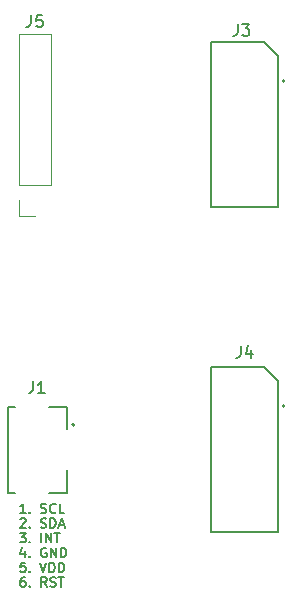
<source format=gbr>
%TF.GenerationSoftware,KiCad,Pcbnew,8.0.3*%
%TF.CreationDate,2024-07-26T09:17:15-04:00*%
%TF.ProjectId,touch_adaptor,746f7563-685f-4616-9461-70746f722e6b,rev?*%
%TF.SameCoordinates,Original*%
%TF.FileFunction,Legend,Top*%
%TF.FilePolarity,Positive*%
%FSLAX46Y46*%
G04 Gerber Fmt 4.6, Leading zero omitted, Abs format (unit mm)*
G04 Created by KiCad (PCBNEW 8.0.3) date 2024-07-26 09:17:15*
%MOMM*%
%LPD*%
G01*
G04 APERTURE LIST*
%ADD10C,0.150000*%
%ADD11C,0.200000*%
%ADD12C,0.120000*%
%ADD13C,0.127000*%
G04 APERTURE END LIST*
D10*
X102001064Y-93388485D02*
X102039160Y-93350390D01*
X102039160Y-93350390D02*
X102115350Y-93312295D01*
X102115350Y-93312295D02*
X102305826Y-93312295D01*
X102305826Y-93312295D02*
X102382017Y-93350390D01*
X102382017Y-93350390D02*
X102420112Y-93388485D01*
X102420112Y-93388485D02*
X102458207Y-93464676D01*
X102458207Y-93464676D02*
X102458207Y-93540866D01*
X102458207Y-93540866D02*
X102420112Y-93655152D01*
X102420112Y-93655152D02*
X101962969Y-94112295D01*
X101962969Y-94112295D02*
X102458207Y-94112295D01*
X102801065Y-94036104D02*
X102839160Y-94074200D01*
X102839160Y-94074200D02*
X102801065Y-94112295D01*
X102801065Y-94112295D02*
X102762969Y-94074200D01*
X102762969Y-94074200D02*
X102801065Y-94036104D01*
X102801065Y-94036104D02*
X102801065Y-94112295D01*
X103753445Y-94074200D02*
X103867731Y-94112295D01*
X103867731Y-94112295D02*
X104058207Y-94112295D01*
X104058207Y-94112295D02*
X104134398Y-94074200D01*
X104134398Y-94074200D02*
X104172493Y-94036104D01*
X104172493Y-94036104D02*
X104210588Y-93959914D01*
X104210588Y-93959914D02*
X104210588Y-93883723D01*
X104210588Y-93883723D02*
X104172493Y-93807533D01*
X104172493Y-93807533D02*
X104134398Y-93769438D01*
X104134398Y-93769438D02*
X104058207Y-93731342D01*
X104058207Y-93731342D02*
X103905826Y-93693247D01*
X103905826Y-93693247D02*
X103829636Y-93655152D01*
X103829636Y-93655152D02*
X103791541Y-93617057D01*
X103791541Y-93617057D02*
X103753445Y-93540866D01*
X103753445Y-93540866D02*
X103753445Y-93464676D01*
X103753445Y-93464676D02*
X103791541Y-93388485D01*
X103791541Y-93388485D02*
X103829636Y-93350390D01*
X103829636Y-93350390D02*
X103905826Y-93312295D01*
X103905826Y-93312295D02*
X104096303Y-93312295D01*
X104096303Y-93312295D02*
X104210588Y-93350390D01*
X104553446Y-94112295D02*
X104553446Y-93312295D01*
X104553446Y-93312295D02*
X104743922Y-93312295D01*
X104743922Y-93312295D02*
X104858208Y-93350390D01*
X104858208Y-93350390D02*
X104934398Y-93426580D01*
X104934398Y-93426580D02*
X104972493Y-93502771D01*
X104972493Y-93502771D02*
X105010589Y-93655152D01*
X105010589Y-93655152D02*
X105010589Y-93769438D01*
X105010589Y-93769438D02*
X104972493Y-93921819D01*
X104972493Y-93921819D02*
X104934398Y-93998009D01*
X104934398Y-93998009D02*
X104858208Y-94074200D01*
X104858208Y-94074200D02*
X104743922Y-94112295D01*
X104743922Y-94112295D02*
X104553446Y-94112295D01*
X105315350Y-93883723D02*
X105696303Y-93883723D01*
X105239160Y-94112295D02*
X105505827Y-93312295D01*
X105505827Y-93312295D02*
X105772493Y-94112295D01*
X101962969Y-94562295D02*
X102458207Y-94562295D01*
X102458207Y-94562295D02*
X102191541Y-94867057D01*
X102191541Y-94867057D02*
X102305826Y-94867057D01*
X102305826Y-94867057D02*
X102382017Y-94905152D01*
X102382017Y-94905152D02*
X102420112Y-94943247D01*
X102420112Y-94943247D02*
X102458207Y-95019438D01*
X102458207Y-95019438D02*
X102458207Y-95209914D01*
X102458207Y-95209914D02*
X102420112Y-95286104D01*
X102420112Y-95286104D02*
X102382017Y-95324200D01*
X102382017Y-95324200D02*
X102305826Y-95362295D01*
X102305826Y-95362295D02*
X102077255Y-95362295D01*
X102077255Y-95362295D02*
X102001064Y-95324200D01*
X102001064Y-95324200D02*
X101962969Y-95286104D01*
X102801065Y-95286104D02*
X102839160Y-95324200D01*
X102839160Y-95324200D02*
X102801065Y-95362295D01*
X102801065Y-95362295D02*
X102762969Y-95324200D01*
X102762969Y-95324200D02*
X102801065Y-95286104D01*
X102801065Y-95286104D02*
X102801065Y-95362295D01*
X103791541Y-95362295D02*
X103791541Y-94562295D01*
X104172493Y-95362295D02*
X104172493Y-94562295D01*
X104172493Y-94562295D02*
X104629636Y-95362295D01*
X104629636Y-95362295D02*
X104629636Y-94562295D01*
X104896302Y-94562295D02*
X105353445Y-94562295D01*
X105124873Y-95362295D02*
X105124873Y-94562295D01*
X102458207Y-92862295D02*
X102001064Y-92862295D01*
X102229636Y-92862295D02*
X102229636Y-92062295D01*
X102229636Y-92062295D02*
X102153445Y-92176580D01*
X102153445Y-92176580D02*
X102077255Y-92252771D01*
X102077255Y-92252771D02*
X102001064Y-92290866D01*
X102801065Y-92786104D02*
X102839160Y-92824200D01*
X102839160Y-92824200D02*
X102801065Y-92862295D01*
X102801065Y-92862295D02*
X102762969Y-92824200D01*
X102762969Y-92824200D02*
X102801065Y-92786104D01*
X102801065Y-92786104D02*
X102801065Y-92862295D01*
X103753445Y-92824200D02*
X103867731Y-92862295D01*
X103867731Y-92862295D02*
X104058207Y-92862295D01*
X104058207Y-92862295D02*
X104134398Y-92824200D01*
X104134398Y-92824200D02*
X104172493Y-92786104D01*
X104172493Y-92786104D02*
X104210588Y-92709914D01*
X104210588Y-92709914D02*
X104210588Y-92633723D01*
X104210588Y-92633723D02*
X104172493Y-92557533D01*
X104172493Y-92557533D02*
X104134398Y-92519438D01*
X104134398Y-92519438D02*
X104058207Y-92481342D01*
X104058207Y-92481342D02*
X103905826Y-92443247D01*
X103905826Y-92443247D02*
X103829636Y-92405152D01*
X103829636Y-92405152D02*
X103791541Y-92367057D01*
X103791541Y-92367057D02*
X103753445Y-92290866D01*
X103753445Y-92290866D02*
X103753445Y-92214676D01*
X103753445Y-92214676D02*
X103791541Y-92138485D01*
X103791541Y-92138485D02*
X103829636Y-92100390D01*
X103829636Y-92100390D02*
X103905826Y-92062295D01*
X103905826Y-92062295D02*
X104096303Y-92062295D01*
X104096303Y-92062295D02*
X104210588Y-92100390D01*
X105010589Y-92786104D02*
X104972493Y-92824200D01*
X104972493Y-92824200D02*
X104858208Y-92862295D01*
X104858208Y-92862295D02*
X104782017Y-92862295D01*
X104782017Y-92862295D02*
X104667731Y-92824200D01*
X104667731Y-92824200D02*
X104591541Y-92748009D01*
X104591541Y-92748009D02*
X104553446Y-92671819D01*
X104553446Y-92671819D02*
X104515350Y-92519438D01*
X104515350Y-92519438D02*
X104515350Y-92405152D01*
X104515350Y-92405152D02*
X104553446Y-92252771D01*
X104553446Y-92252771D02*
X104591541Y-92176580D01*
X104591541Y-92176580D02*
X104667731Y-92100390D01*
X104667731Y-92100390D02*
X104782017Y-92062295D01*
X104782017Y-92062295D02*
X104858208Y-92062295D01*
X104858208Y-92062295D02*
X104972493Y-92100390D01*
X104972493Y-92100390D02*
X105010589Y-92138485D01*
X105734398Y-92862295D02*
X105353446Y-92862295D01*
X105353446Y-92862295D02*
X105353446Y-92062295D01*
X102382017Y-96078961D02*
X102382017Y-96612295D01*
X102191541Y-95774200D02*
X102001064Y-96345628D01*
X102001064Y-96345628D02*
X102496303Y-96345628D01*
X102801065Y-96536104D02*
X102839160Y-96574200D01*
X102839160Y-96574200D02*
X102801065Y-96612295D01*
X102801065Y-96612295D02*
X102762969Y-96574200D01*
X102762969Y-96574200D02*
X102801065Y-96536104D01*
X102801065Y-96536104D02*
X102801065Y-96612295D01*
X104210588Y-95850390D02*
X104134398Y-95812295D01*
X104134398Y-95812295D02*
X104020112Y-95812295D01*
X104020112Y-95812295D02*
X103905826Y-95850390D01*
X103905826Y-95850390D02*
X103829636Y-95926580D01*
X103829636Y-95926580D02*
X103791541Y-96002771D01*
X103791541Y-96002771D02*
X103753445Y-96155152D01*
X103753445Y-96155152D02*
X103753445Y-96269438D01*
X103753445Y-96269438D02*
X103791541Y-96421819D01*
X103791541Y-96421819D02*
X103829636Y-96498009D01*
X103829636Y-96498009D02*
X103905826Y-96574200D01*
X103905826Y-96574200D02*
X104020112Y-96612295D01*
X104020112Y-96612295D02*
X104096303Y-96612295D01*
X104096303Y-96612295D02*
X104210588Y-96574200D01*
X104210588Y-96574200D02*
X104248684Y-96536104D01*
X104248684Y-96536104D02*
X104248684Y-96269438D01*
X104248684Y-96269438D02*
X104096303Y-96269438D01*
X104591541Y-96612295D02*
X104591541Y-95812295D01*
X104591541Y-95812295D02*
X105048684Y-96612295D01*
X105048684Y-96612295D02*
X105048684Y-95812295D01*
X105429636Y-96612295D02*
X105429636Y-95812295D01*
X105429636Y-95812295D02*
X105620112Y-95812295D01*
X105620112Y-95812295D02*
X105734398Y-95850390D01*
X105734398Y-95850390D02*
X105810588Y-95926580D01*
X105810588Y-95926580D02*
X105848683Y-96002771D01*
X105848683Y-96002771D02*
X105886779Y-96155152D01*
X105886779Y-96155152D02*
X105886779Y-96269438D01*
X105886779Y-96269438D02*
X105848683Y-96421819D01*
X105848683Y-96421819D02*
X105810588Y-96498009D01*
X105810588Y-96498009D02*
X105734398Y-96574200D01*
X105734398Y-96574200D02*
X105620112Y-96612295D01*
X105620112Y-96612295D02*
X105429636Y-96612295D01*
X102382017Y-98312295D02*
X102229636Y-98312295D01*
X102229636Y-98312295D02*
X102153445Y-98350390D01*
X102153445Y-98350390D02*
X102115350Y-98388485D01*
X102115350Y-98388485D02*
X102039160Y-98502771D01*
X102039160Y-98502771D02*
X102001064Y-98655152D01*
X102001064Y-98655152D02*
X102001064Y-98959914D01*
X102001064Y-98959914D02*
X102039160Y-99036104D01*
X102039160Y-99036104D02*
X102077255Y-99074200D01*
X102077255Y-99074200D02*
X102153445Y-99112295D01*
X102153445Y-99112295D02*
X102305826Y-99112295D01*
X102305826Y-99112295D02*
X102382017Y-99074200D01*
X102382017Y-99074200D02*
X102420112Y-99036104D01*
X102420112Y-99036104D02*
X102458207Y-98959914D01*
X102458207Y-98959914D02*
X102458207Y-98769438D01*
X102458207Y-98769438D02*
X102420112Y-98693247D01*
X102420112Y-98693247D02*
X102382017Y-98655152D01*
X102382017Y-98655152D02*
X102305826Y-98617057D01*
X102305826Y-98617057D02*
X102153445Y-98617057D01*
X102153445Y-98617057D02*
X102077255Y-98655152D01*
X102077255Y-98655152D02*
X102039160Y-98693247D01*
X102039160Y-98693247D02*
X102001064Y-98769438D01*
X102801065Y-99036104D02*
X102839160Y-99074200D01*
X102839160Y-99074200D02*
X102801065Y-99112295D01*
X102801065Y-99112295D02*
X102762969Y-99074200D01*
X102762969Y-99074200D02*
X102801065Y-99036104D01*
X102801065Y-99036104D02*
X102801065Y-99112295D01*
X104248684Y-99112295D02*
X103982017Y-98731342D01*
X103791541Y-99112295D02*
X103791541Y-98312295D01*
X103791541Y-98312295D02*
X104096303Y-98312295D01*
X104096303Y-98312295D02*
X104172493Y-98350390D01*
X104172493Y-98350390D02*
X104210588Y-98388485D01*
X104210588Y-98388485D02*
X104248684Y-98464676D01*
X104248684Y-98464676D02*
X104248684Y-98578961D01*
X104248684Y-98578961D02*
X104210588Y-98655152D01*
X104210588Y-98655152D02*
X104172493Y-98693247D01*
X104172493Y-98693247D02*
X104096303Y-98731342D01*
X104096303Y-98731342D02*
X103791541Y-98731342D01*
X104553445Y-99074200D02*
X104667731Y-99112295D01*
X104667731Y-99112295D02*
X104858207Y-99112295D01*
X104858207Y-99112295D02*
X104934398Y-99074200D01*
X104934398Y-99074200D02*
X104972493Y-99036104D01*
X104972493Y-99036104D02*
X105010588Y-98959914D01*
X105010588Y-98959914D02*
X105010588Y-98883723D01*
X105010588Y-98883723D02*
X104972493Y-98807533D01*
X104972493Y-98807533D02*
X104934398Y-98769438D01*
X104934398Y-98769438D02*
X104858207Y-98731342D01*
X104858207Y-98731342D02*
X104705826Y-98693247D01*
X104705826Y-98693247D02*
X104629636Y-98655152D01*
X104629636Y-98655152D02*
X104591541Y-98617057D01*
X104591541Y-98617057D02*
X104553445Y-98540866D01*
X104553445Y-98540866D02*
X104553445Y-98464676D01*
X104553445Y-98464676D02*
X104591541Y-98388485D01*
X104591541Y-98388485D02*
X104629636Y-98350390D01*
X104629636Y-98350390D02*
X104705826Y-98312295D01*
X104705826Y-98312295D02*
X104896303Y-98312295D01*
X104896303Y-98312295D02*
X105010588Y-98350390D01*
X105239160Y-98312295D02*
X105696303Y-98312295D01*
X105467731Y-99112295D02*
X105467731Y-98312295D01*
X102420112Y-97062295D02*
X102039160Y-97062295D01*
X102039160Y-97062295D02*
X102001064Y-97443247D01*
X102001064Y-97443247D02*
X102039160Y-97405152D01*
X102039160Y-97405152D02*
X102115350Y-97367057D01*
X102115350Y-97367057D02*
X102305826Y-97367057D01*
X102305826Y-97367057D02*
X102382017Y-97405152D01*
X102382017Y-97405152D02*
X102420112Y-97443247D01*
X102420112Y-97443247D02*
X102458207Y-97519438D01*
X102458207Y-97519438D02*
X102458207Y-97709914D01*
X102458207Y-97709914D02*
X102420112Y-97786104D01*
X102420112Y-97786104D02*
X102382017Y-97824200D01*
X102382017Y-97824200D02*
X102305826Y-97862295D01*
X102305826Y-97862295D02*
X102115350Y-97862295D01*
X102115350Y-97862295D02*
X102039160Y-97824200D01*
X102039160Y-97824200D02*
X102001064Y-97786104D01*
X102801065Y-97786104D02*
X102839160Y-97824200D01*
X102839160Y-97824200D02*
X102801065Y-97862295D01*
X102801065Y-97862295D02*
X102762969Y-97824200D01*
X102762969Y-97824200D02*
X102801065Y-97786104D01*
X102801065Y-97786104D02*
X102801065Y-97862295D01*
X103677255Y-97062295D02*
X103943922Y-97862295D01*
X103943922Y-97862295D02*
X104210588Y-97062295D01*
X104477255Y-97862295D02*
X104477255Y-97062295D01*
X104477255Y-97062295D02*
X104667731Y-97062295D01*
X104667731Y-97062295D02*
X104782017Y-97100390D01*
X104782017Y-97100390D02*
X104858207Y-97176580D01*
X104858207Y-97176580D02*
X104896302Y-97252771D01*
X104896302Y-97252771D02*
X104934398Y-97405152D01*
X104934398Y-97405152D02*
X104934398Y-97519438D01*
X104934398Y-97519438D02*
X104896302Y-97671819D01*
X104896302Y-97671819D02*
X104858207Y-97748009D01*
X104858207Y-97748009D02*
X104782017Y-97824200D01*
X104782017Y-97824200D02*
X104667731Y-97862295D01*
X104667731Y-97862295D02*
X104477255Y-97862295D01*
X105277255Y-97862295D02*
X105277255Y-97062295D01*
X105277255Y-97062295D02*
X105467731Y-97062295D01*
X105467731Y-97062295D02*
X105582017Y-97100390D01*
X105582017Y-97100390D02*
X105658207Y-97176580D01*
X105658207Y-97176580D02*
X105696302Y-97252771D01*
X105696302Y-97252771D02*
X105734398Y-97405152D01*
X105734398Y-97405152D02*
X105734398Y-97519438D01*
X105734398Y-97519438D02*
X105696302Y-97671819D01*
X105696302Y-97671819D02*
X105658207Y-97748009D01*
X105658207Y-97748009D02*
X105582017Y-97824200D01*
X105582017Y-97824200D02*
X105467731Y-97862295D01*
X105467731Y-97862295D02*
X105277255Y-97862295D01*
X120416666Y-51454819D02*
X120416666Y-52169104D01*
X120416666Y-52169104D02*
X120369047Y-52311961D01*
X120369047Y-52311961D02*
X120273809Y-52407200D01*
X120273809Y-52407200D02*
X120130952Y-52454819D01*
X120130952Y-52454819D02*
X120035714Y-52454819D01*
X120797619Y-51454819D02*
X121416666Y-51454819D01*
X121416666Y-51454819D02*
X121083333Y-51835771D01*
X121083333Y-51835771D02*
X121226190Y-51835771D01*
X121226190Y-51835771D02*
X121321428Y-51883390D01*
X121321428Y-51883390D02*
X121369047Y-51931009D01*
X121369047Y-51931009D02*
X121416666Y-52026247D01*
X121416666Y-52026247D02*
X121416666Y-52264342D01*
X121416666Y-52264342D02*
X121369047Y-52359580D01*
X121369047Y-52359580D02*
X121321428Y-52407200D01*
X121321428Y-52407200D02*
X121226190Y-52454819D01*
X121226190Y-52454819D02*
X120940476Y-52454819D01*
X120940476Y-52454819D02*
X120845238Y-52407200D01*
X120845238Y-52407200D02*
X120797619Y-52359580D01*
X120666666Y-78704819D02*
X120666666Y-79419104D01*
X120666666Y-79419104D02*
X120619047Y-79561961D01*
X120619047Y-79561961D02*
X120523809Y-79657200D01*
X120523809Y-79657200D02*
X120380952Y-79704819D01*
X120380952Y-79704819D02*
X120285714Y-79704819D01*
X121571428Y-79038152D02*
X121571428Y-79704819D01*
X121333333Y-78657200D02*
X121095238Y-79371485D01*
X121095238Y-79371485D02*
X121714285Y-79371485D01*
X102916666Y-50704819D02*
X102916666Y-51419104D01*
X102916666Y-51419104D02*
X102869047Y-51561961D01*
X102869047Y-51561961D02*
X102773809Y-51657200D01*
X102773809Y-51657200D02*
X102630952Y-51704819D01*
X102630952Y-51704819D02*
X102535714Y-51704819D01*
X103869047Y-50704819D02*
X103392857Y-50704819D01*
X103392857Y-50704819D02*
X103345238Y-51181009D01*
X103345238Y-51181009D02*
X103392857Y-51133390D01*
X103392857Y-51133390D02*
X103488095Y-51085771D01*
X103488095Y-51085771D02*
X103726190Y-51085771D01*
X103726190Y-51085771D02*
X103821428Y-51133390D01*
X103821428Y-51133390D02*
X103869047Y-51181009D01*
X103869047Y-51181009D02*
X103916666Y-51276247D01*
X103916666Y-51276247D02*
X103916666Y-51514342D01*
X103916666Y-51514342D02*
X103869047Y-51609580D01*
X103869047Y-51609580D02*
X103821428Y-51657200D01*
X103821428Y-51657200D02*
X103726190Y-51704819D01*
X103726190Y-51704819D02*
X103488095Y-51704819D01*
X103488095Y-51704819D02*
X103392857Y-51657200D01*
X103392857Y-51657200D02*
X103345238Y-51609580D01*
X103091666Y-81704819D02*
X103091666Y-82419104D01*
X103091666Y-82419104D02*
X103044047Y-82561961D01*
X103044047Y-82561961D02*
X102948809Y-82657200D01*
X102948809Y-82657200D02*
X102805952Y-82704819D01*
X102805952Y-82704819D02*
X102710714Y-82704819D01*
X104091666Y-82704819D02*
X103520238Y-82704819D01*
X103805952Y-82704819D02*
X103805952Y-81704819D01*
X103805952Y-81704819D02*
X103710714Y-81847676D01*
X103710714Y-81847676D02*
X103615476Y-81942914D01*
X103615476Y-81942914D02*
X103520238Y-81990533D01*
D11*
%TO.C,J3*%
X122625000Y-53000000D02*
X123800000Y-54150000D01*
X118200000Y-53000000D02*
X122625000Y-53000000D01*
X123800000Y-54150000D02*
X123800000Y-67000000D01*
X123800000Y-67000000D02*
X118200000Y-67000000D01*
X118200000Y-67000000D02*
X118200000Y-53000000D01*
X124400000Y-56302000D02*
G75*
G02*
X124200000Y-56302000I-100000J0D01*
G01*
X124200000Y-56302000D02*
G75*
G02*
X124400000Y-56302000I100000J0D01*
G01*
%TO.C,J4*%
X118200000Y-80500000D02*
X122625000Y-80500000D01*
X118200000Y-94500000D02*
X118200000Y-80500000D01*
X122625000Y-80500000D02*
X123800000Y-81650000D01*
X123800000Y-81650000D02*
X123800000Y-94500000D01*
X123800000Y-94500000D02*
X118200000Y-94500000D01*
X124400000Y-83802000D02*
G75*
G02*
X124200000Y-83802000I-100000J0D01*
G01*
X124200000Y-83802000D02*
G75*
G02*
X124400000Y-83802000I100000J0D01*
G01*
D12*
%TO.C,J5*%
X104580000Y-65080000D02*
X104580000Y-52320000D01*
X104580000Y-65080000D02*
X101920000Y-65080000D01*
X104580000Y-52320000D02*
X101920000Y-52320000D01*
X103250000Y-67680000D02*
X101920000Y-67680000D01*
X101920000Y-67680000D02*
X101920000Y-66350000D01*
X101920000Y-65080000D02*
X101920000Y-52320000D01*
D13*
%TO.C,J1*%
X100950000Y-83850000D02*
X100950000Y-91150000D01*
X100950000Y-91150000D02*
X101550000Y-91150000D01*
X101550000Y-83850000D02*
X100950000Y-83850000D01*
X104450000Y-83850000D02*
X105950000Y-83850000D01*
X105950000Y-83850000D02*
X105950000Y-85750000D01*
X105950000Y-89250000D02*
X105950000Y-91150000D01*
X105950000Y-91150000D02*
X104450000Y-91150000D01*
D11*
X106590000Y-85400000D02*
G75*
G02*
X106390000Y-85400000I-100000J0D01*
G01*
X106390000Y-85400000D02*
G75*
G02*
X106590000Y-85400000I100000J0D01*
G01*
%TD*%
M02*

</source>
